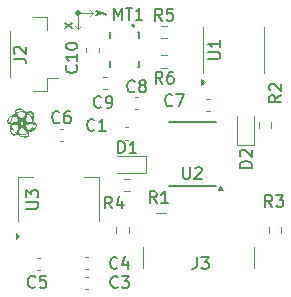
<source format=gbr>
%TF.GenerationSoftware,KiCad,Pcbnew,8.0.5*%
%TF.CreationDate,2024-11-23T20:35:32-07:00*%
%TF.ProjectId,2024_10_STM32C011J4M6_TestBoard,32303234-5f31-4305-9f53-544d33324330,rev?*%
%TF.SameCoordinates,Original*%
%TF.FileFunction,Legend,Top*%
%TF.FilePolarity,Positive*%
%FSLAX46Y46*%
G04 Gerber Fmt 4.6, Leading zero omitted, Abs format (unit mm)*
G04 Created by KiCad (PCBNEW 8.0.5) date 2024-11-23 20:35:32*
%MOMM*%
%LPD*%
G01*
G04 APERTURE LIST*
%ADD10C,0.100000*%
%ADD11C,0.250000*%
%ADD12C,0.160000*%
%ADD13C,0.150000*%
%ADD14C,0.120000*%
%ADD15C,0.000000*%
%ADD16C,0.127000*%
%ADD17C,0.200000*%
G04 APERTURE END LIST*
D10*
X113784400Y-66629200D02*
X115079800Y-66629200D01*
X113797100Y-66654600D02*
X113797100Y-67950000D01*
X113797100Y-67950000D02*
X113568500Y-67696000D01*
X115079800Y-66629200D02*
X114825800Y-66857800D01*
D11*
X113909400Y-66629200D02*
G75*
G02*
X113659400Y-66629200I-125000J0D01*
G01*
X113659400Y-66629200D02*
G75*
G02*
X113909400Y-66629200I125000J0D01*
G01*
D10*
X113797100Y-67950000D02*
X114025700Y-67696000D01*
X115079800Y-66629200D02*
X114825800Y-66400600D01*
D12*
X115329241Y-66803351D02*
X115862575Y-66612875D01*
X115329241Y-66422398D02*
X115862575Y-66612875D01*
X115862575Y-66612875D02*
X116053051Y-66689065D01*
X116053051Y-66689065D02*
X116091146Y-66727160D01*
X116091146Y-66727160D02*
X116129241Y-66803351D01*
X113246375Y-67895551D02*
X112713041Y-67476503D01*
X112713041Y-67895551D02*
X113246375Y-67476503D01*
D13*
X120942733Y-72614019D02*
X120609400Y-72137828D01*
X120371305Y-72614019D02*
X120371305Y-71614019D01*
X120371305Y-71614019D02*
X120752257Y-71614019D01*
X120752257Y-71614019D02*
X120847495Y-71661638D01*
X120847495Y-71661638D02*
X120895114Y-71709257D01*
X120895114Y-71709257D02*
X120942733Y-71804495D01*
X120942733Y-71804495D02*
X120942733Y-71947352D01*
X120942733Y-71947352D02*
X120895114Y-72042590D01*
X120895114Y-72042590D02*
X120847495Y-72090209D01*
X120847495Y-72090209D02*
X120752257Y-72137828D01*
X120752257Y-72137828D02*
X120371305Y-72137828D01*
X121799876Y-71614019D02*
X121609400Y-71614019D01*
X121609400Y-71614019D02*
X121514162Y-71661638D01*
X121514162Y-71661638D02*
X121466543Y-71709257D01*
X121466543Y-71709257D02*
X121371305Y-71852114D01*
X121371305Y-71852114D02*
X121323686Y-72042590D01*
X121323686Y-72042590D02*
X121323686Y-72423542D01*
X121323686Y-72423542D02*
X121371305Y-72518780D01*
X121371305Y-72518780D02*
X121418924Y-72566400D01*
X121418924Y-72566400D02*
X121514162Y-72614019D01*
X121514162Y-72614019D02*
X121704638Y-72614019D01*
X121704638Y-72614019D02*
X121799876Y-72566400D01*
X121799876Y-72566400D02*
X121847495Y-72518780D01*
X121847495Y-72518780D02*
X121895114Y-72423542D01*
X121895114Y-72423542D02*
X121895114Y-72185447D01*
X121895114Y-72185447D02*
X121847495Y-72090209D01*
X121847495Y-72090209D02*
X121799876Y-72042590D01*
X121799876Y-72042590D02*
X121704638Y-71994971D01*
X121704638Y-71994971D02*
X121514162Y-71994971D01*
X121514162Y-71994971D02*
X121418924Y-72042590D01*
X121418924Y-72042590D02*
X121371305Y-72090209D01*
X121371305Y-72090209D02*
X121323686Y-72185447D01*
X120917733Y-67279019D02*
X120584400Y-66802828D01*
X120346305Y-67279019D02*
X120346305Y-66279019D01*
X120346305Y-66279019D02*
X120727257Y-66279019D01*
X120727257Y-66279019D02*
X120822495Y-66326638D01*
X120822495Y-66326638D02*
X120870114Y-66374257D01*
X120870114Y-66374257D02*
X120917733Y-66469495D01*
X120917733Y-66469495D02*
X120917733Y-66612352D01*
X120917733Y-66612352D02*
X120870114Y-66707590D01*
X120870114Y-66707590D02*
X120822495Y-66755209D01*
X120822495Y-66755209D02*
X120727257Y-66802828D01*
X120727257Y-66802828D02*
X120346305Y-66802828D01*
X121822495Y-66279019D02*
X121346305Y-66279019D01*
X121346305Y-66279019D02*
X121298686Y-66755209D01*
X121298686Y-66755209D02*
X121346305Y-66707590D01*
X121346305Y-66707590D02*
X121441543Y-66659971D01*
X121441543Y-66659971D02*
X121679638Y-66659971D01*
X121679638Y-66659971D02*
X121774876Y-66707590D01*
X121774876Y-66707590D02*
X121822495Y-66755209D01*
X121822495Y-66755209D02*
X121870114Y-66850447D01*
X121870114Y-66850447D02*
X121870114Y-67088542D01*
X121870114Y-67088542D02*
X121822495Y-67183780D01*
X121822495Y-67183780D02*
X121774876Y-67231400D01*
X121774876Y-67231400D02*
X121679638Y-67279019D01*
X121679638Y-67279019D02*
X121441543Y-67279019D01*
X121441543Y-67279019D02*
X121346305Y-67231400D01*
X121346305Y-67231400D02*
X121298686Y-67183780D01*
X116673333Y-83182619D02*
X116340000Y-82706428D01*
X116101905Y-83182619D02*
X116101905Y-82182619D01*
X116101905Y-82182619D02*
X116482857Y-82182619D01*
X116482857Y-82182619D02*
X116578095Y-82230238D01*
X116578095Y-82230238D02*
X116625714Y-82277857D01*
X116625714Y-82277857D02*
X116673333Y-82373095D01*
X116673333Y-82373095D02*
X116673333Y-82515952D01*
X116673333Y-82515952D02*
X116625714Y-82611190D01*
X116625714Y-82611190D02*
X116578095Y-82658809D01*
X116578095Y-82658809D02*
X116482857Y-82706428D01*
X116482857Y-82706428D02*
X116101905Y-82706428D01*
X117530476Y-82515952D02*
X117530476Y-83182619D01*
X117292381Y-82135000D02*
X117054286Y-82849285D01*
X117054286Y-82849285D02*
X117673333Y-82849285D01*
X121778733Y-74425980D02*
X121731114Y-74473600D01*
X121731114Y-74473600D02*
X121588257Y-74521219D01*
X121588257Y-74521219D02*
X121493019Y-74521219D01*
X121493019Y-74521219D02*
X121350162Y-74473600D01*
X121350162Y-74473600D02*
X121254924Y-74378361D01*
X121254924Y-74378361D02*
X121207305Y-74283123D01*
X121207305Y-74283123D02*
X121159686Y-74092647D01*
X121159686Y-74092647D02*
X121159686Y-73949790D01*
X121159686Y-73949790D02*
X121207305Y-73759314D01*
X121207305Y-73759314D02*
X121254924Y-73664076D01*
X121254924Y-73664076D02*
X121350162Y-73568838D01*
X121350162Y-73568838D02*
X121493019Y-73521219D01*
X121493019Y-73521219D02*
X121588257Y-73521219D01*
X121588257Y-73521219D02*
X121731114Y-73568838D01*
X121731114Y-73568838D02*
X121778733Y-73616457D01*
X122112067Y-73521219D02*
X122778733Y-73521219D01*
X122778733Y-73521219D02*
X122350162Y-74521219D01*
X122693495Y-79679719D02*
X122693495Y-80489242D01*
X122693495Y-80489242D02*
X122741114Y-80584480D01*
X122741114Y-80584480D02*
X122788733Y-80632100D01*
X122788733Y-80632100D02*
X122883971Y-80679719D01*
X122883971Y-80679719D02*
X123074447Y-80679719D01*
X123074447Y-80679719D02*
X123169685Y-80632100D01*
X123169685Y-80632100D02*
X123217304Y-80584480D01*
X123217304Y-80584480D02*
X123264923Y-80489242D01*
X123264923Y-80489242D02*
X123264923Y-79679719D01*
X123693495Y-79774957D02*
X123741114Y-79727338D01*
X123741114Y-79727338D02*
X123836352Y-79679719D01*
X123836352Y-79679719D02*
X124074447Y-79679719D01*
X124074447Y-79679719D02*
X124169685Y-79727338D01*
X124169685Y-79727338D02*
X124217304Y-79774957D01*
X124217304Y-79774957D02*
X124264923Y-79870195D01*
X124264923Y-79870195D02*
X124264923Y-79965433D01*
X124264923Y-79965433D02*
X124217304Y-80108290D01*
X124217304Y-80108290D02*
X123645876Y-80679719D01*
X123645876Y-80679719D02*
X124264923Y-80679719D01*
X115745533Y-74572480D02*
X115697914Y-74620100D01*
X115697914Y-74620100D02*
X115555057Y-74667719D01*
X115555057Y-74667719D02*
X115459819Y-74667719D01*
X115459819Y-74667719D02*
X115316962Y-74620100D01*
X115316962Y-74620100D02*
X115221724Y-74524861D01*
X115221724Y-74524861D02*
X115174105Y-74429623D01*
X115174105Y-74429623D02*
X115126486Y-74239147D01*
X115126486Y-74239147D02*
X115126486Y-74096290D01*
X115126486Y-74096290D02*
X115174105Y-73905814D01*
X115174105Y-73905814D02*
X115221724Y-73810576D01*
X115221724Y-73810576D02*
X115316962Y-73715338D01*
X115316962Y-73715338D02*
X115459819Y-73667719D01*
X115459819Y-73667719D02*
X115555057Y-73667719D01*
X115555057Y-73667719D02*
X115697914Y-73715338D01*
X115697914Y-73715338D02*
X115745533Y-73762957D01*
X116221724Y-74667719D02*
X116412200Y-74667719D01*
X116412200Y-74667719D02*
X116507438Y-74620100D01*
X116507438Y-74620100D02*
X116555057Y-74572480D01*
X116555057Y-74572480D02*
X116650295Y-74429623D01*
X116650295Y-74429623D02*
X116697914Y-74239147D01*
X116697914Y-74239147D02*
X116697914Y-73858195D01*
X116697914Y-73858195D02*
X116650295Y-73762957D01*
X116650295Y-73762957D02*
X116602676Y-73715338D01*
X116602676Y-73715338D02*
X116507438Y-73667719D01*
X116507438Y-73667719D02*
X116316962Y-73667719D01*
X116316962Y-73667719D02*
X116221724Y-73715338D01*
X116221724Y-73715338D02*
X116174105Y-73762957D01*
X116174105Y-73762957D02*
X116126486Y-73858195D01*
X116126486Y-73858195D02*
X116126486Y-74096290D01*
X116126486Y-74096290D02*
X116174105Y-74191528D01*
X116174105Y-74191528D02*
X116221724Y-74239147D01*
X116221724Y-74239147D02*
X116316962Y-74286766D01*
X116316962Y-74286766D02*
X116507438Y-74286766D01*
X116507438Y-74286766D02*
X116602676Y-74239147D01*
X116602676Y-74239147D02*
X116650295Y-74191528D01*
X116650295Y-74191528D02*
X116697914Y-74096290D01*
X110170933Y-89792980D02*
X110123314Y-89840600D01*
X110123314Y-89840600D02*
X109980457Y-89888219D01*
X109980457Y-89888219D02*
X109885219Y-89888219D01*
X109885219Y-89888219D02*
X109742362Y-89840600D01*
X109742362Y-89840600D02*
X109647124Y-89745361D01*
X109647124Y-89745361D02*
X109599505Y-89650123D01*
X109599505Y-89650123D02*
X109551886Y-89459647D01*
X109551886Y-89459647D02*
X109551886Y-89316790D01*
X109551886Y-89316790D02*
X109599505Y-89126314D01*
X109599505Y-89126314D02*
X109647124Y-89031076D01*
X109647124Y-89031076D02*
X109742362Y-88935838D01*
X109742362Y-88935838D02*
X109885219Y-88888219D01*
X109885219Y-88888219D02*
X109980457Y-88888219D01*
X109980457Y-88888219D02*
X110123314Y-88935838D01*
X110123314Y-88935838D02*
X110170933Y-88983457D01*
X111075695Y-88888219D02*
X110599505Y-88888219D01*
X110599505Y-88888219D02*
X110551886Y-89364409D01*
X110551886Y-89364409D02*
X110599505Y-89316790D01*
X110599505Y-89316790D02*
X110694743Y-89269171D01*
X110694743Y-89269171D02*
X110932838Y-89269171D01*
X110932838Y-89269171D02*
X111028076Y-89316790D01*
X111028076Y-89316790D02*
X111075695Y-89364409D01*
X111075695Y-89364409D02*
X111123314Y-89459647D01*
X111123314Y-89459647D02*
X111123314Y-89697742D01*
X111123314Y-89697742D02*
X111075695Y-89792980D01*
X111075695Y-89792980D02*
X111028076Y-89840600D01*
X111028076Y-89840600D02*
X110932838Y-89888219D01*
X110932838Y-89888219D02*
X110694743Y-89888219D01*
X110694743Y-89888219D02*
X110599505Y-89840600D01*
X110599505Y-89840600D02*
X110551886Y-89792980D01*
X130236933Y-83055619D02*
X129903600Y-82579428D01*
X129665505Y-83055619D02*
X129665505Y-82055619D01*
X129665505Y-82055619D02*
X130046457Y-82055619D01*
X130046457Y-82055619D02*
X130141695Y-82103238D01*
X130141695Y-82103238D02*
X130189314Y-82150857D01*
X130189314Y-82150857D02*
X130236933Y-82246095D01*
X130236933Y-82246095D02*
X130236933Y-82388952D01*
X130236933Y-82388952D02*
X130189314Y-82484190D01*
X130189314Y-82484190D02*
X130141695Y-82531809D01*
X130141695Y-82531809D02*
X130046457Y-82579428D01*
X130046457Y-82579428D02*
X129665505Y-82579428D01*
X130570267Y-82055619D02*
X131189314Y-82055619D01*
X131189314Y-82055619D02*
X130855981Y-82436571D01*
X130855981Y-82436571D02*
X130998838Y-82436571D01*
X130998838Y-82436571D02*
X131094076Y-82484190D01*
X131094076Y-82484190D02*
X131141695Y-82531809D01*
X131141695Y-82531809D02*
X131189314Y-82627047D01*
X131189314Y-82627047D02*
X131189314Y-82865142D01*
X131189314Y-82865142D02*
X131141695Y-82960380D01*
X131141695Y-82960380D02*
X131094076Y-83008000D01*
X131094076Y-83008000D02*
X130998838Y-83055619D01*
X130998838Y-83055619D02*
X130713124Y-83055619D01*
X130713124Y-83055619D02*
X130617886Y-83008000D01*
X130617886Y-83008000D02*
X130570267Y-82960380D01*
X128496219Y-79732094D02*
X127496219Y-79732094D01*
X127496219Y-79732094D02*
X127496219Y-79493999D01*
X127496219Y-79493999D02*
X127543838Y-79351142D01*
X127543838Y-79351142D02*
X127639076Y-79255904D01*
X127639076Y-79255904D02*
X127734314Y-79208285D01*
X127734314Y-79208285D02*
X127924790Y-79160666D01*
X127924790Y-79160666D02*
X128067647Y-79160666D01*
X128067647Y-79160666D02*
X128258123Y-79208285D01*
X128258123Y-79208285D02*
X128353361Y-79255904D01*
X128353361Y-79255904D02*
X128448600Y-79351142D01*
X128448600Y-79351142D02*
X128496219Y-79493999D01*
X128496219Y-79493999D02*
X128496219Y-79732094D01*
X127591457Y-78779713D02*
X127543838Y-78732094D01*
X127543838Y-78732094D02*
X127496219Y-78636856D01*
X127496219Y-78636856D02*
X127496219Y-78398761D01*
X127496219Y-78398761D02*
X127543838Y-78303523D01*
X127543838Y-78303523D02*
X127591457Y-78255904D01*
X127591457Y-78255904D02*
X127686695Y-78208285D01*
X127686695Y-78208285D02*
X127781933Y-78208285D01*
X127781933Y-78208285D02*
X127924790Y-78255904D01*
X127924790Y-78255904D02*
X128496219Y-78827332D01*
X128496219Y-78827332D02*
X128496219Y-78208285D01*
X115174733Y-76508780D02*
X115127114Y-76556400D01*
X115127114Y-76556400D02*
X114984257Y-76604019D01*
X114984257Y-76604019D02*
X114889019Y-76604019D01*
X114889019Y-76604019D02*
X114746162Y-76556400D01*
X114746162Y-76556400D02*
X114650924Y-76461161D01*
X114650924Y-76461161D02*
X114603305Y-76365923D01*
X114603305Y-76365923D02*
X114555686Y-76175447D01*
X114555686Y-76175447D02*
X114555686Y-76032590D01*
X114555686Y-76032590D02*
X114603305Y-75842114D01*
X114603305Y-75842114D02*
X114650924Y-75746876D01*
X114650924Y-75746876D02*
X114746162Y-75651638D01*
X114746162Y-75651638D02*
X114889019Y-75604019D01*
X114889019Y-75604019D02*
X114984257Y-75604019D01*
X114984257Y-75604019D02*
X115127114Y-75651638D01*
X115127114Y-75651638D02*
X115174733Y-75699257D01*
X116127114Y-76604019D02*
X115555686Y-76604019D01*
X115841400Y-76604019D02*
X115841400Y-75604019D01*
X115841400Y-75604019D02*
X115746162Y-75746876D01*
X115746162Y-75746876D02*
X115650924Y-75842114D01*
X115650924Y-75842114D02*
X115555686Y-75889733D01*
X109417019Y-83194304D02*
X110226542Y-83194304D01*
X110226542Y-83194304D02*
X110321780Y-83146685D01*
X110321780Y-83146685D02*
X110369400Y-83099066D01*
X110369400Y-83099066D02*
X110417019Y-83003828D01*
X110417019Y-83003828D02*
X110417019Y-82813352D01*
X110417019Y-82813352D02*
X110369400Y-82718114D01*
X110369400Y-82718114D02*
X110321780Y-82670495D01*
X110321780Y-82670495D02*
X110226542Y-82622876D01*
X110226542Y-82622876D02*
X109417019Y-82622876D01*
X109417019Y-82241923D02*
X109417019Y-81622876D01*
X109417019Y-81622876D02*
X109797971Y-81956209D01*
X109797971Y-81956209D02*
X109797971Y-81813352D01*
X109797971Y-81813352D02*
X109845590Y-81718114D01*
X109845590Y-81718114D02*
X109893209Y-81670495D01*
X109893209Y-81670495D02*
X109988447Y-81622876D01*
X109988447Y-81622876D02*
X110226542Y-81622876D01*
X110226542Y-81622876D02*
X110321780Y-81670495D01*
X110321780Y-81670495D02*
X110369400Y-81718114D01*
X110369400Y-81718114D02*
X110417019Y-81813352D01*
X110417019Y-81813352D02*
X110417019Y-82099066D01*
X110417019Y-82099066D02*
X110369400Y-82194304D01*
X110369400Y-82194304D02*
X110321780Y-82241923D01*
X116818924Y-67209019D02*
X116818924Y-66209019D01*
X116818924Y-66209019D02*
X117152257Y-66923304D01*
X117152257Y-66923304D02*
X117485590Y-66209019D01*
X117485590Y-66209019D02*
X117485590Y-67209019D01*
X117818924Y-66209019D02*
X118390352Y-66209019D01*
X118104638Y-67209019D02*
X118104638Y-66209019D01*
X119247495Y-67209019D02*
X118676067Y-67209019D01*
X118961781Y-67209019D02*
X118961781Y-66209019D01*
X118961781Y-66209019D02*
X118866543Y-66351876D01*
X118866543Y-66351876D02*
X118771305Y-66447114D01*
X118771305Y-66447114D02*
X118676067Y-66494733D01*
X117158133Y-89818380D02*
X117110514Y-89866000D01*
X117110514Y-89866000D02*
X116967657Y-89913619D01*
X116967657Y-89913619D02*
X116872419Y-89913619D01*
X116872419Y-89913619D02*
X116729562Y-89866000D01*
X116729562Y-89866000D02*
X116634324Y-89770761D01*
X116634324Y-89770761D02*
X116586705Y-89675523D01*
X116586705Y-89675523D02*
X116539086Y-89485047D01*
X116539086Y-89485047D02*
X116539086Y-89342190D01*
X116539086Y-89342190D02*
X116586705Y-89151714D01*
X116586705Y-89151714D02*
X116634324Y-89056476D01*
X116634324Y-89056476D02*
X116729562Y-88961238D01*
X116729562Y-88961238D02*
X116872419Y-88913619D01*
X116872419Y-88913619D02*
X116967657Y-88913619D01*
X116967657Y-88913619D02*
X117110514Y-88961238D01*
X117110514Y-88961238D02*
X117158133Y-89008857D01*
X117491467Y-88913619D02*
X118110514Y-88913619D01*
X118110514Y-88913619D02*
X117777181Y-89294571D01*
X117777181Y-89294571D02*
X117920038Y-89294571D01*
X117920038Y-89294571D02*
X118015276Y-89342190D01*
X118015276Y-89342190D02*
X118062895Y-89389809D01*
X118062895Y-89389809D02*
X118110514Y-89485047D01*
X118110514Y-89485047D02*
X118110514Y-89723142D01*
X118110514Y-89723142D02*
X118062895Y-89818380D01*
X118062895Y-89818380D02*
X118015276Y-89866000D01*
X118015276Y-89866000D02*
X117920038Y-89913619D01*
X117920038Y-89913619D02*
X117634324Y-89913619D01*
X117634324Y-89913619D02*
X117539086Y-89866000D01*
X117539086Y-89866000D02*
X117491467Y-89818380D01*
X123847266Y-87313419D02*
X123847266Y-88027704D01*
X123847266Y-88027704D02*
X123799647Y-88170561D01*
X123799647Y-88170561D02*
X123704409Y-88265800D01*
X123704409Y-88265800D02*
X123561552Y-88313419D01*
X123561552Y-88313419D02*
X123466314Y-88313419D01*
X124228219Y-87313419D02*
X124847266Y-87313419D01*
X124847266Y-87313419D02*
X124513933Y-87694371D01*
X124513933Y-87694371D02*
X124656790Y-87694371D01*
X124656790Y-87694371D02*
X124752028Y-87741990D01*
X124752028Y-87741990D02*
X124799647Y-87789609D01*
X124799647Y-87789609D02*
X124847266Y-87884847D01*
X124847266Y-87884847D02*
X124847266Y-88122942D01*
X124847266Y-88122942D02*
X124799647Y-88218180D01*
X124799647Y-88218180D02*
X124752028Y-88265800D01*
X124752028Y-88265800D02*
X124656790Y-88313419D01*
X124656790Y-88313419D02*
X124371076Y-88313419D01*
X124371076Y-88313419D02*
X124275838Y-88265800D01*
X124275838Y-88265800D02*
X124228219Y-88218180D01*
X120457933Y-82725419D02*
X120124600Y-82249228D01*
X119886505Y-82725419D02*
X119886505Y-81725419D01*
X119886505Y-81725419D02*
X120267457Y-81725419D01*
X120267457Y-81725419D02*
X120362695Y-81773038D01*
X120362695Y-81773038D02*
X120410314Y-81820657D01*
X120410314Y-81820657D02*
X120457933Y-81915895D01*
X120457933Y-81915895D02*
X120457933Y-82058752D01*
X120457933Y-82058752D02*
X120410314Y-82153990D01*
X120410314Y-82153990D02*
X120362695Y-82201609D01*
X120362695Y-82201609D02*
X120267457Y-82249228D01*
X120267457Y-82249228D02*
X119886505Y-82249228D01*
X121410314Y-82725419D02*
X120838886Y-82725419D01*
X121124600Y-82725419D02*
X121124600Y-81725419D01*
X121124600Y-81725419D02*
X121029362Y-81868276D01*
X121029362Y-81868276D02*
X120934124Y-81963514D01*
X120934124Y-81963514D02*
X120838886Y-82011133D01*
X112217733Y-75863780D02*
X112170114Y-75911400D01*
X112170114Y-75911400D02*
X112027257Y-75959019D01*
X112027257Y-75959019D02*
X111932019Y-75959019D01*
X111932019Y-75959019D02*
X111789162Y-75911400D01*
X111789162Y-75911400D02*
X111693924Y-75816161D01*
X111693924Y-75816161D02*
X111646305Y-75720923D01*
X111646305Y-75720923D02*
X111598686Y-75530447D01*
X111598686Y-75530447D02*
X111598686Y-75387590D01*
X111598686Y-75387590D02*
X111646305Y-75197114D01*
X111646305Y-75197114D02*
X111693924Y-75101876D01*
X111693924Y-75101876D02*
X111789162Y-75006638D01*
X111789162Y-75006638D02*
X111932019Y-74959019D01*
X111932019Y-74959019D02*
X112027257Y-74959019D01*
X112027257Y-74959019D02*
X112170114Y-75006638D01*
X112170114Y-75006638D02*
X112217733Y-75054257D01*
X113074876Y-74959019D02*
X112884400Y-74959019D01*
X112884400Y-74959019D02*
X112789162Y-75006638D01*
X112789162Y-75006638D02*
X112741543Y-75054257D01*
X112741543Y-75054257D02*
X112646305Y-75197114D01*
X112646305Y-75197114D02*
X112598686Y-75387590D01*
X112598686Y-75387590D02*
X112598686Y-75768542D01*
X112598686Y-75768542D02*
X112646305Y-75863780D01*
X112646305Y-75863780D02*
X112693924Y-75911400D01*
X112693924Y-75911400D02*
X112789162Y-75959019D01*
X112789162Y-75959019D02*
X112979638Y-75959019D01*
X112979638Y-75959019D02*
X113074876Y-75911400D01*
X113074876Y-75911400D02*
X113122495Y-75863780D01*
X113122495Y-75863780D02*
X113170114Y-75768542D01*
X113170114Y-75768542D02*
X113170114Y-75530447D01*
X113170114Y-75530447D02*
X113122495Y-75435209D01*
X113122495Y-75435209D02*
X113074876Y-75387590D01*
X113074876Y-75387590D02*
X112979638Y-75339971D01*
X112979638Y-75339971D02*
X112789162Y-75339971D01*
X112789162Y-75339971D02*
X112693924Y-75387590D01*
X112693924Y-75387590D02*
X112646305Y-75435209D01*
X112646305Y-75435209D02*
X112598686Y-75530447D01*
X117219505Y-78483619D02*
X117219505Y-77483619D01*
X117219505Y-77483619D02*
X117457600Y-77483619D01*
X117457600Y-77483619D02*
X117600457Y-77531238D01*
X117600457Y-77531238D02*
X117695695Y-77626476D01*
X117695695Y-77626476D02*
X117743314Y-77721714D01*
X117743314Y-77721714D02*
X117790933Y-77912190D01*
X117790933Y-77912190D02*
X117790933Y-78055047D01*
X117790933Y-78055047D02*
X117743314Y-78245523D01*
X117743314Y-78245523D02*
X117695695Y-78340761D01*
X117695695Y-78340761D02*
X117600457Y-78436000D01*
X117600457Y-78436000D02*
X117457600Y-78483619D01*
X117457600Y-78483619D02*
X117219505Y-78483619D01*
X118743314Y-78483619D02*
X118171886Y-78483619D01*
X118457600Y-78483619D02*
X118457600Y-77483619D01*
X118457600Y-77483619D02*
X118362362Y-77626476D01*
X118362362Y-77626476D02*
X118267124Y-77721714D01*
X118267124Y-77721714D02*
X118171886Y-77769333D01*
X113637380Y-71063757D02*
X113685000Y-71111376D01*
X113685000Y-71111376D02*
X113732619Y-71254233D01*
X113732619Y-71254233D02*
X113732619Y-71349471D01*
X113732619Y-71349471D02*
X113685000Y-71492328D01*
X113685000Y-71492328D02*
X113589761Y-71587566D01*
X113589761Y-71587566D02*
X113494523Y-71635185D01*
X113494523Y-71635185D02*
X113304047Y-71682804D01*
X113304047Y-71682804D02*
X113161190Y-71682804D01*
X113161190Y-71682804D02*
X112970714Y-71635185D01*
X112970714Y-71635185D02*
X112875476Y-71587566D01*
X112875476Y-71587566D02*
X112780238Y-71492328D01*
X112780238Y-71492328D02*
X112732619Y-71349471D01*
X112732619Y-71349471D02*
X112732619Y-71254233D01*
X112732619Y-71254233D02*
X112780238Y-71111376D01*
X112780238Y-71111376D02*
X112827857Y-71063757D01*
X113732619Y-70111376D02*
X113732619Y-70682804D01*
X113732619Y-70397090D02*
X112732619Y-70397090D01*
X112732619Y-70397090D02*
X112875476Y-70492328D01*
X112875476Y-70492328D02*
X112970714Y-70587566D01*
X112970714Y-70587566D02*
X113018333Y-70682804D01*
X112732619Y-69492328D02*
X112732619Y-69397090D01*
X112732619Y-69397090D02*
X112780238Y-69301852D01*
X112780238Y-69301852D02*
X112827857Y-69254233D01*
X112827857Y-69254233D02*
X112923095Y-69206614D01*
X112923095Y-69206614D02*
X113113571Y-69158995D01*
X113113571Y-69158995D02*
X113351666Y-69158995D01*
X113351666Y-69158995D02*
X113542142Y-69206614D01*
X113542142Y-69206614D02*
X113637380Y-69254233D01*
X113637380Y-69254233D02*
X113685000Y-69301852D01*
X113685000Y-69301852D02*
X113732619Y-69397090D01*
X113732619Y-69397090D02*
X113732619Y-69492328D01*
X113732619Y-69492328D02*
X113685000Y-69587566D01*
X113685000Y-69587566D02*
X113637380Y-69635185D01*
X113637380Y-69635185D02*
X113542142Y-69682804D01*
X113542142Y-69682804D02*
X113351666Y-69730423D01*
X113351666Y-69730423D02*
X113113571Y-69730423D01*
X113113571Y-69730423D02*
X112923095Y-69682804D01*
X112923095Y-69682804D02*
X112827857Y-69635185D01*
X112827857Y-69635185D02*
X112780238Y-69587566D01*
X112780238Y-69587566D02*
X112732619Y-69492328D01*
X118584733Y-73244380D02*
X118537114Y-73292000D01*
X118537114Y-73292000D02*
X118394257Y-73339619D01*
X118394257Y-73339619D02*
X118299019Y-73339619D01*
X118299019Y-73339619D02*
X118156162Y-73292000D01*
X118156162Y-73292000D02*
X118060924Y-73196761D01*
X118060924Y-73196761D02*
X118013305Y-73101523D01*
X118013305Y-73101523D02*
X117965686Y-72911047D01*
X117965686Y-72911047D02*
X117965686Y-72768190D01*
X117965686Y-72768190D02*
X118013305Y-72577714D01*
X118013305Y-72577714D02*
X118060924Y-72482476D01*
X118060924Y-72482476D02*
X118156162Y-72387238D01*
X118156162Y-72387238D02*
X118299019Y-72339619D01*
X118299019Y-72339619D02*
X118394257Y-72339619D01*
X118394257Y-72339619D02*
X118537114Y-72387238D01*
X118537114Y-72387238D02*
X118584733Y-72434857D01*
X119156162Y-72768190D02*
X119060924Y-72720571D01*
X119060924Y-72720571D02*
X119013305Y-72672952D01*
X119013305Y-72672952D02*
X118965686Y-72577714D01*
X118965686Y-72577714D02*
X118965686Y-72530095D01*
X118965686Y-72530095D02*
X119013305Y-72434857D01*
X119013305Y-72434857D02*
X119060924Y-72387238D01*
X119060924Y-72387238D02*
X119156162Y-72339619D01*
X119156162Y-72339619D02*
X119346638Y-72339619D01*
X119346638Y-72339619D02*
X119441876Y-72387238D01*
X119441876Y-72387238D02*
X119489495Y-72434857D01*
X119489495Y-72434857D02*
X119537114Y-72530095D01*
X119537114Y-72530095D02*
X119537114Y-72577714D01*
X119537114Y-72577714D02*
X119489495Y-72672952D01*
X119489495Y-72672952D02*
X119441876Y-72720571D01*
X119441876Y-72720571D02*
X119346638Y-72768190D01*
X119346638Y-72768190D02*
X119156162Y-72768190D01*
X119156162Y-72768190D02*
X119060924Y-72815809D01*
X119060924Y-72815809D02*
X119013305Y-72863428D01*
X119013305Y-72863428D02*
X118965686Y-72958666D01*
X118965686Y-72958666D02*
X118965686Y-73149142D01*
X118965686Y-73149142D02*
X119013305Y-73244380D01*
X119013305Y-73244380D02*
X119060924Y-73292000D01*
X119060924Y-73292000D02*
X119156162Y-73339619D01*
X119156162Y-73339619D02*
X119346638Y-73339619D01*
X119346638Y-73339619D02*
X119441876Y-73292000D01*
X119441876Y-73292000D02*
X119489495Y-73244380D01*
X119489495Y-73244380D02*
X119537114Y-73149142D01*
X119537114Y-73149142D02*
X119537114Y-72958666D01*
X119537114Y-72958666D02*
X119489495Y-72863428D01*
X119489495Y-72863428D02*
X119441876Y-72815809D01*
X119441876Y-72815809D02*
X119346638Y-72768190D01*
X108365419Y-70504133D02*
X109079704Y-70504133D01*
X109079704Y-70504133D02*
X109222561Y-70551752D01*
X109222561Y-70551752D02*
X109317800Y-70646990D01*
X109317800Y-70646990D02*
X109365419Y-70789847D01*
X109365419Y-70789847D02*
X109365419Y-70885085D01*
X108460657Y-70075561D02*
X108413038Y-70027942D01*
X108413038Y-70027942D02*
X108365419Y-69932704D01*
X108365419Y-69932704D02*
X108365419Y-69694609D01*
X108365419Y-69694609D02*
X108413038Y-69599371D01*
X108413038Y-69599371D02*
X108460657Y-69551752D01*
X108460657Y-69551752D02*
X108555895Y-69504133D01*
X108555895Y-69504133D02*
X108651133Y-69504133D01*
X108651133Y-69504133D02*
X108793990Y-69551752D01*
X108793990Y-69551752D02*
X109365419Y-70123180D01*
X109365419Y-70123180D02*
X109365419Y-69504133D01*
X130985419Y-73572666D02*
X130509228Y-73905999D01*
X130985419Y-74144094D02*
X129985419Y-74144094D01*
X129985419Y-74144094D02*
X129985419Y-73763142D01*
X129985419Y-73763142D02*
X130033038Y-73667904D01*
X130033038Y-73667904D02*
X130080657Y-73620285D01*
X130080657Y-73620285D02*
X130175895Y-73572666D01*
X130175895Y-73572666D02*
X130318752Y-73572666D01*
X130318752Y-73572666D02*
X130413990Y-73620285D01*
X130413990Y-73620285D02*
X130461609Y-73667904D01*
X130461609Y-73667904D02*
X130509228Y-73763142D01*
X130509228Y-73763142D02*
X130509228Y-74144094D01*
X130080657Y-73191713D02*
X130033038Y-73144094D01*
X130033038Y-73144094D02*
X129985419Y-73048856D01*
X129985419Y-73048856D02*
X129985419Y-72810761D01*
X129985419Y-72810761D02*
X130033038Y-72715523D01*
X130033038Y-72715523D02*
X130080657Y-72667904D01*
X130080657Y-72667904D02*
X130175895Y-72620285D01*
X130175895Y-72620285D02*
X130271133Y-72620285D01*
X130271133Y-72620285D02*
X130413990Y-72667904D01*
X130413990Y-72667904D02*
X130985419Y-73239332D01*
X130985419Y-73239332D02*
X130985419Y-72620285D01*
X117132733Y-88192780D02*
X117085114Y-88240400D01*
X117085114Y-88240400D02*
X116942257Y-88288019D01*
X116942257Y-88288019D02*
X116847019Y-88288019D01*
X116847019Y-88288019D02*
X116704162Y-88240400D01*
X116704162Y-88240400D02*
X116608924Y-88145161D01*
X116608924Y-88145161D02*
X116561305Y-88049923D01*
X116561305Y-88049923D02*
X116513686Y-87859447D01*
X116513686Y-87859447D02*
X116513686Y-87716590D01*
X116513686Y-87716590D02*
X116561305Y-87526114D01*
X116561305Y-87526114D02*
X116608924Y-87430876D01*
X116608924Y-87430876D02*
X116704162Y-87335638D01*
X116704162Y-87335638D02*
X116847019Y-87288019D01*
X116847019Y-87288019D02*
X116942257Y-87288019D01*
X116942257Y-87288019D02*
X117085114Y-87335638D01*
X117085114Y-87335638D02*
X117132733Y-87383257D01*
X117989876Y-87621352D02*
X117989876Y-88288019D01*
X117751781Y-87240400D02*
X117513686Y-87954685D01*
X117513686Y-87954685D02*
X118132733Y-87954685D01*
X124825819Y-70530904D02*
X125635342Y-70530904D01*
X125635342Y-70530904D02*
X125730580Y-70483285D01*
X125730580Y-70483285D02*
X125778200Y-70435666D01*
X125778200Y-70435666D02*
X125825819Y-70340428D01*
X125825819Y-70340428D02*
X125825819Y-70149952D01*
X125825819Y-70149952D02*
X125778200Y-70054714D01*
X125778200Y-70054714D02*
X125730580Y-70007095D01*
X125730580Y-70007095D02*
X125635342Y-69959476D01*
X125635342Y-69959476D02*
X124825819Y-69959476D01*
X125825819Y-68959476D02*
X125825819Y-69530904D01*
X125825819Y-69245190D02*
X124825819Y-69245190D01*
X124825819Y-69245190D02*
X124968676Y-69340428D01*
X124968676Y-69340428D02*
X125063914Y-69435666D01*
X125063914Y-69435666D02*
X125111533Y-69530904D01*
D14*
%TO.C,R6*%
X121364124Y-71251700D02*
X120854676Y-71251700D01*
X121364124Y-70206700D02*
X120854676Y-70206700D01*
%TO.C,R5*%
X120829676Y-67731700D02*
X121339124Y-67731700D01*
X120829676Y-68776700D02*
X121339124Y-68776700D01*
%TO.C,R4*%
X117028700Y-85268524D02*
X117028700Y-84759076D01*
X118073700Y-85268524D02*
X118073700Y-84759076D01*
D15*
%TO.C,G\u002A\u002A\u002A*%
G36*
X108848071Y-74712509D02*
G01*
X109073878Y-74782657D01*
X109288572Y-74891583D01*
X109340224Y-74925139D01*
X109474272Y-75016624D01*
X109524437Y-74969496D01*
X109616806Y-74908345D01*
X109713530Y-74888942D01*
X109809157Y-74908289D01*
X109898238Y-74963387D01*
X109975322Y-75051240D01*
X110034959Y-75168849D01*
X110063081Y-75265753D01*
X110074483Y-75338641D01*
X110082415Y-75428290D01*
X110086837Y-75524780D01*
X110087713Y-75618191D01*
X110085003Y-75698604D01*
X110078670Y-75756098D01*
X110068675Y-75780753D01*
X110065058Y-75780327D01*
X110051213Y-75750696D01*
X110043067Y-75692523D01*
X110042155Y-75663253D01*
X110032068Y-75535179D01*
X110004764Y-75399729D01*
X109964674Y-75273158D01*
X109916231Y-75171719D01*
X109902452Y-75150965D01*
X109830734Y-75067572D01*
X109765381Y-75026866D01*
X109702130Y-75026975D01*
X109663196Y-75045997D01*
X109603009Y-75085433D01*
X109754342Y-75242187D01*
X109872981Y-75380696D01*
X109957240Y-75513416D01*
X110004795Y-75635814D01*
X110013321Y-75743354D01*
X110012908Y-75746622D01*
X110007757Y-75803308D01*
X110020327Y-75830921D01*
X110061983Y-75844447D01*
X110090971Y-75849546D01*
X110183752Y-75883908D01*
X110260352Y-75939747D01*
X110312067Y-75996468D01*
X110335197Y-76050184D01*
X110339901Y-76110319D01*
X110321244Y-76226679D01*
X110263546Y-76341070D01*
X110164215Y-76458163D01*
X110127590Y-76492984D01*
X110063845Y-76545616D01*
X109985954Y-76601808D01*
X109903160Y-76655939D01*
X109824705Y-76702391D01*
X109759830Y-76735545D01*
X109717777Y-76749783D01*
X109708147Y-76748002D01*
X109720378Y-76731071D01*
X109762017Y-76695740D01*
X109824480Y-76649204D01*
X109834008Y-76642478D01*
X109958907Y-76543327D01*
X110066189Y-76435720D01*
X110150158Y-76327057D01*
X110205117Y-76224735D01*
X110225371Y-76136152D01*
X110225383Y-76134197D01*
X110208250Y-76094838D01*
X110167715Y-76048483D01*
X110120077Y-76010987D01*
X110085309Y-75997911D01*
X110067171Y-76017553D01*
X110052751Y-76060895D01*
X110003670Y-76257643D01*
X109946207Y-76413707D01*
X109877746Y-76533848D01*
X109795673Y-76622824D01*
X109714262Y-76676982D01*
X109670590Y-76706272D01*
X109659544Y-76742230D01*
X109666428Y-76783729D01*
X109677885Y-76890821D01*
X109666423Y-76993858D01*
X109635311Y-77081152D01*
X109587817Y-77141015D01*
X109562393Y-77155724D01*
X109503600Y-77171849D01*
X109423776Y-77185594D01*
X109343374Y-77194235D01*
X109282848Y-77195046D01*
X109274887Y-77194022D01*
X109141471Y-77158844D01*
X108994313Y-77100997D01*
X108853355Y-77028856D01*
X108795261Y-76992622D01*
X108641867Y-76889746D01*
X108572986Y-76947706D01*
X108509029Y-76988319D01*
X108433489Y-77004427D01*
X108394433Y-77005665D01*
X108300928Y-76994702D01*
X108226525Y-76957495D01*
X108162744Y-76887571D01*
X108103608Y-76783592D01*
X108075987Y-76722805D01*
X108057304Y-76666448D01*
X108045487Y-76602533D01*
X108038467Y-76519071D01*
X108034172Y-76404074D01*
X108033492Y-76377603D01*
X108031880Y-76254326D01*
X108034204Y-76175593D01*
X108040439Y-76141802D01*
X108047950Y-76146783D01*
X108063672Y-76202518D01*
X108070843Y-76268231D01*
X108082650Y-76382397D01*
X108110418Y-76507850D01*
X108149234Y-76627732D01*
X108194188Y-76725185D01*
X108212156Y-76753242D01*
X108282475Y-76835553D01*
X108345925Y-76875757D01*
X108407431Y-76876009D01*
X108423849Y-76868016D01*
X108667944Y-76868016D01*
X108688065Y-76890172D01*
X108741753Y-76922032D01*
X108818989Y-76959198D01*
X108909759Y-76997271D01*
X109004045Y-77031852D01*
X109091832Y-77058542D01*
X109114562Y-77064159D01*
X109266887Y-77086453D01*
X109392452Y-77077568D01*
X109481891Y-77041555D01*
X109519524Y-76997832D01*
X109539630Y-76938587D01*
X109537390Y-76883667D01*
X109525284Y-76862885D01*
X109498682Y-76863373D01*
X109442664Y-76877756D01*
X109382137Y-76898321D01*
X109267411Y-76929918D01*
X109139444Y-76947394D01*
X109010807Y-76950778D01*
X108894069Y-76940102D01*
X108801800Y-76915393D01*
X108767474Y-76896874D01*
X108709239Y-76858269D01*
X108678584Y-76847262D01*
X108668223Y-76861740D01*
X108667944Y-76868016D01*
X108423849Y-76868016D01*
X108447847Y-76856333D01*
X108508262Y-76816748D01*
X108339480Y-76640086D01*
X108225530Y-76509427D01*
X108149282Y-76393512D01*
X108107660Y-76286214D01*
X108098074Y-76186426D01*
X108221075Y-76186426D01*
X108223337Y-76269317D01*
X108246950Y-76362618D01*
X108271086Y-76418304D01*
X108303932Y-76473211D01*
X108351247Y-76541650D01*
X108405296Y-76613734D01*
X108458347Y-76679576D01*
X108502666Y-76729287D01*
X108530519Y-76752980D01*
X108533436Y-76753727D01*
X108554598Y-76735197D01*
X108565228Y-76718958D01*
X108792552Y-76718958D01*
X108795754Y-76736623D01*
X108829589Y-76778860D01*
X108895682Y-76818397D01*
X108980589Y-76849463D01*
X109070864Y-76866286D01*
X109101235Y-76867741D01*
X109180838Y-76863836D01*
X109279486Y-76853241D01*
X109347447Y-76842990D01*
X109421866Y-76826578D01*
X109474183Y-76808449D01*
X109492470Y-76793538D01*
X109476857Y-76753743D01*
X109435362Y-76692554D01*
X109376007Y-76619386D01*
X109306810Y-76543651D01*
X109235792Y-76474762D01*
X109184358Y-76431887D01*
X109113869Y-76381626D01*
X109067009Y-76357531D01*
X109033243Y-76355256D01*
X109015475Y-76362238D01*
X108951457Y-76411689D01*
X108889848Y-76484537D01*
X108837957Y-76568331D01*
X108803089Y-76650622D01*
X108792552Y-76718958D01*
X108565228Y-76718958D01*
X108585056Y-76688668D01*
X108597013Y-76666465D01*
X108636987Y-76571436D01*
X108671810Y-76458933D01*
X108697375Y-76345675D01*
X108709575Y-76248380D01*
X108709266Y-76209562D01*
X108699286Y-76155223D01*
X108687440Y-76141013D01*
X109376943Y-76141013D01*
X109391961Y-76224061D01*
X109440727Y-76372634D01*
X109520011Y-76507514D01*
X109574566Y-76558206D01*
X109638412Y-76566069D01*
X109713824Y-76530947D01*
X109763542Y-76491018D01*
X109822090Y-76422667D01*
X109884979Y-76324198D01*
X109944472Y-76209680D01*
X109992831Y-76093181D01*
X110008216Y-76046181D01*
X110024409Y-75991387D01*
X109867231Y-76003492D01*
X109758755Y-76019330D01*
X109636633Y-76048337D01*
X109543498Y-76078305D01*
X109376943Y-76141013D01*
X108687440Y-76141013D01*
X108672423Y-76122999D01*
X108615158Y-76097268D01*
X108610685Y-76095669D01*
X108523718Y-76076338D01*
X108427895Y-76072640D01*
X108337895Y-76083282D01*
X108268391Y-76106972D01*
X108241609Y-76128173D01*
X108221075Y-76186426D01*
X108098074Y-76186426D01*
X108097592Y-76181405D01*
X108099033Y-76160844D01*
X108102254Y-76101721D01*
X108089342Y-76072914D01*
X108049133Y-76059204D01*
X108020803Y-76054182D01*
X107935127Y-76022575D01*
X107854255Y-75964460D01*
X107852641Y-75962689D01*
X108942786Y-75962689D01*
X108962290Y-76032545D01*
X109019812Y-76077513D01*
X109052384Y-76087975D01*
X109073936Y-76078003D01*
X109115368Y-76052535D01*
X109161481Y-76000776D01*
X109174387Y-75937954D01*
X109154335Y-75879311D01*
X109112003Y-75844343D01*
X109042174Y-75832406D01*
X108984426Y-75859059D01*
X108949029Y-75917119D01*
X108942786Y-75962689D01*
X107852641Y-75962689D01*
X107802521Y-75907703D01*
X107779392Y-75853950D01*
X107774707Y-75794065D01*
X107787204Y-75685241D01*
X107828340Y-75585773D01*
X107903578Y-75484529D01*
X107951464Y-75433974D01*
X108007099Y-75385479D01*
X108081033Y-75330597D01*
X108164141Y-75274907D01*
X108247300Y-75223986D01*
X108321383Y-75183411D01*
X108377266Y-75158762D01*
X108405824Y-75155614D01*
X108406243Y-75155987D01*
X108393943Y-75172704D01*
X108352333Y-75207279D01*
X108290326Y-75252326D01*
X108288348Y-75253691D01*
X108203401Y-75319661D01*
X108112374Y-75401736D01*
X108048280Y-75467729D01*
X107960647Y-75581025D01*
X107908781Y-75682384D01*
X107893320Y-75768456D01*
X107914901Y-75835890D01*
X107969915Y-75879466D01*
X108018513Y-75900135D01*
X108042428Y-75897345D01*
X108046930Y-75884279D01*
X108105928Y-75884279D01*
X108119345Y-75901559D01*
X108151973Y-75906286D01*
X108202604Y-75906169D01*
X108292862Y-75900442D01*
X108382587Y-75886321D01*
X108404553Y-75881003D01*
X108483342Y-75855982D01*
X108573125Y-75822673D01*
X108604959Y-75809600D01*
X108670641Y-75777897D01*
X108703229Y-75748649D01*
X108713439Y-75710944D01*
X108713751Y-75698835D01*
X108712089Y-75687306D01*
X109397312Y-75687306D01*
X109401179Y-75744602D01*
X109409613Y-75761470D01*
X109467675Y-75796949D01*
X109555591Y-75821534D01*
X109658181Y-75832703D01*
X109760263Y-75827934D01*
X109784735Y-75823795D01*
X109853985Y-75795038D01*
X109888886Y-75741400D01*
X109890547Y-75659752D01*
X109871262Y-75580194D01*
X109844623Y-75516619D01*
X109802194Y-75437795D01*
X109750429Y-75353335D01*
X109695787Y-75272851D01*
X109644724Y-75205957D01*
X109603697Y-75162268D01*
X109582646Y-75150480D01*
X109553305Y-75171471D01*
X109520183Y-75227752D01*
X109486120Y-75309290D01*
X109453960Y-75406048D01*
X109426544Y-75507994D01*
X109406714Y-75605091D01*
X109397312Y-75687306D01*
X108712089Y-75687306D01*
X108701025Y-75610559D01*
X108667360Y-75519220D01*
X108619526Y-75435810D01*
X108564290Y-75371316D01*
X108508421Y-75336727D01*
X108488842Y-75333709D01*
X108432274Y-75352787D01*
X108364485Y-75403777D01*
X108294108Y-75477308D01*
X108229776Y-75564009D01*
X108180122Y-75654512D01*
X108169723Y-75680073D01*
X108132237Y-75781242D01*
X108110598Y-75846742D01*
X108105928Y-75884279D01*
X108046930Y-75884279D01*
X108054279Y-75862951D01*
X108061388Y-75820408D01*
X108087630Y-75707764D01*
X108129168Y-75582515D01*
X108178757Y-75464059D01*
X108228594Y-75372640D01*
X108286558Y-75305750D01*
X108357830Y-75249444D01*
X108375529Y-75239375D01*
X108431210Y-75206306D01*
X108452231Y-75177144D01*
X108448738Y-75145368D01*
X108443721Y-75112750D01*
X108622151Y-75112750D01*
X108638583Y-75154771D01*
X108682435Y-75217404D01*
X108745589Y-75292360D01*
X108819926Y-75371349D01*
X108897330Y-75446081D01*
X108969682Y-75508266D01*
X109028863Y-75549616D01*
X109062266Y-75562176D01*
X109086478Y-75547599D01*
X109130568Y-75509663D01*
X109162521Y-75478903D01*
X109231178Y-75397469D01*
X109283000Y-75311271D01*
X109313014Y-75231216D01*
X109316251Y-75168208D01*
X109310862Y-75153507D01*
X109267477Y-75111158D01*
X109193033Y-75073650D01*
X109102269Y-75046687D01*
X109009923Y-75035974D01*
X109007183Y-75035963D01*
X108921549Y-75040142D01*
X108829699Y-75051176D01*
X108742928Y-75066813D01*
X108672533Y-75084800D01*
X108629807Y-75102885D01*
X108622151Y-75112750D01*
X108443721Y-75112750D01*
X108435299Y-75057994D01*
X108439369Y-74970461D01*
X108576310Y-74970461D01*
X108578447Y-75022312D01*
X108587633Y-75039631D01*
X108613236Y-75038476D01*
X108670584Y-75025087D01*
X108748142Y-75002236D01*
X108762407Y-74997642D01*
X108901988Y-74962111D01*
X109037344Y-74945134D01*
X109067872Y-74944349D01*
X109183196Y-74952881D01*
X109281808Y-74982450D01*
X109322538Y-75001512D01*
X109391057Y-75036092D01*
X109428191Y-75053029D01*
X109443533Y-75055151D01*
X109446675Y-75045288D01*
X109446663Y-75038122D01*
X109426631Y-75016788D01*
X109373136Y-74985140D01*
X109296077Y-74947622D01*
X109205355Y-74908677D01*
X109110872Y-74872750D01*
X109022527Y-74844285D01*
X109003011Y-74838973D01*
X108876689Y-74817052D01*
X108760997Y-74817224D01*
X108667117Y-74838647D01*
X108618085Y-74867853D01*
X108590799Y-74911771D01*
X108576310Y-74970461D01*
X108439369Y-74970461D01*
X108439987Y-74957165D01*
X108460750Y-74865652D01*
X108477235Y-74829276D01*
X108540500Y-74764026D01*
X108633597Y-74720709D01*
X108744268Y-74703186D01*
X108848071Y-74712509D01*
G37*
D14*
%TO.C,C7*%
X124936467Y-73912000D02*
X124643933Y-73912000D01*
X124936467Y-74932000D02*
X124643933Y-74932000D01*
D13*
%TO.C,U2*%
X125494800Y-75882100D02*
X121494800Y-75882100D01*
X125494800Y-81282100D02*
X121494800Y-81282100D01*
D14*
X126084800Y-81612100D02*
X125604800Y-81612100D01*
X125844800Y-81282100D01*
X126084800Y-81612100D01*
G36*
X126084800Y-81612100D02*
G01*
X125604800Y-81612100D01*
X125844800Y-81282100D01*
X126084800Y-81612100D01*
G37*
%TO.C,C9*%
X118585333Y-73779100D02*
X118877867Y-73779100D01*
X118585333Y-74799100D02*
X118877867Y-74799100D01*
%TO.C,C5*%
X110610867Y-87374000D02*
X110318333Y-87374000D01*
X110610867Y-88394000D02*
X110318333Y-88394000D01*
%TO.C,R3*%
X129931900Y-84759076D02*
X129931900Y-85268524D01*
X130976900Y-84759076D02*
X130976900Y-85268524D01*
%TO.C,D2*%
X127230200Y-75349200D02*
X127230200Y-77809200D01*
X127230200Y-77809200D02*
X128700200Y-77809200D01*
X128700200Y-77809200D02*
X128700200Y-75349200D01*
%TO.C,C1*%
X118053067Y-76325000D02*
X117760533Y-76325000D01*
X118053067Y-77345000D02*
X117760533Y-77345000D01*
%TO.C,U3*%
X108731000Y-80487600D02*
X109991000Y-80487600D01*
X108731000Y-84247600D02*
X108731000Y-80487600D01*
X115551000Y-80487600D02*
X114291000Y-80487600D01*
X115551000Y-84247600D02*
X115551000Y-80487600D01*
X108831000Y-85527600D02*
X108501000Y-85767600D01*
X108501000Y-85287600D01*
X108831000Y-85527600D01*
G36*
X108831000Y-85527600D02*
G01*
X108501000Y-85767600D01*
X108501000Y-85287600D01*
X108831000Y-85527600D01*
G37*
D16*
%TO.C,MT1*%
X116459400Y-68229200D02*
X116514400Y-68229200D01*
X116459400Y-68784200D02*
X116459400Y-68229200D01*
X116459400Y-71229200D02*
X116459400Y-70674200D01*
X116459400Y-71229200D02*
X116514400Y-71229200D01*
X118904400Y-68229200D02*
X118959400Y-68229200D01*
X118959400Y-68229200D02*
X118959400Y-68784200D01*
X118959400Y-70674200D02*
X118959400Y-71229200D01*
X118959400Y-71229200D02*
X118904400Y-71229200D01*
D17*
X118559400Y-67729200D02*
G75*
G02*
X118359400Y-67729200I-100000J0D01*
G01*
X118359400Y-67729200D02*
G75*
G02*
X118559400Y-67729200I100000J0D01*
G01*
D14*
%TO.C,C3*%
X114675967Y-88999600D02*
X114383433Y-88999600D01*
X114675967Y-90019600D02*
X114383433Y-90019600D01*
%TO.C,J3*%
X119328200Y-86459600D02*
X119328200Y-88239600D01*
X121228200Y-83539600D02*
X120428200Y-83539600D01*
X128728200Y-86459600D02*
X128728200Y-88239600D01*
%TO.C,R1*%
X117652076Y-80655900D02*
X118161524Y-80655900D01*
X117652076Y-81700900D02*
X118161524Y-81700900D01*
%TO.C,C6*%
X112248733Y-76452000D02*
X112541267Y-76452000D01*
X112248733Y-77472000D02*
X112541267Y-77472000D01*
%TO.C,D1*%
X117092800Y-80211600D02*
X119552800Y-80211600D01*
X119552800Y-78741600D02*
X117092800Y-78741600D01*
X119552800Y-80211600D02*
X119552800Y-78741600D01*
%TO.C,C10*%
X114507000Y-69633733D02*
X114507000Y-69926267D01*
X115527000Y-69633733D02*
X115527000Y-69926267D01*
%TO.C,C8*%
X116230667Y-72019200D02*
X115938133Y-72019200D01*
X116230667Y-73039200D02*
X115938133Y-73039200D01*
%TO.C,J2*%
X108018600Y-72042600D02*
X108018600Y-68162600D01*
X109988600Y-66992600D02*
X111138600Y-66992600D01*
X109988600Y-73212600D02*
X111138600Y-73212600D01*
X111138600Y-66992600D02*
X111138600Y-68042600D01*
X111138600Y-72162600D02*
X112128600Y-72162600D01*
X111138600Y-73212600D02*
X111138600Y-72162600D01*
%TO.C,R2*%
X129093700Y-75894476D02*
X129093700Y-76403924D01*
X130138700Y-75894476D02*
X130138700Y-76403924D01*
%TO.C,C4*%
X114649467Y-87297800D02*
X114356933Y-87297800D01*
X114649467Y-88317800D02*
X114356933Y-88317800D01*
%TO.C,U1*%
X124414600Y-69799200D02*
X124414600Y-67849200D01*
X124414600Y-69799200D02*
X124414600Y-71749200D01*
X129534600Y-69799200D02*
X129534600Y-67849200D01*
X129534600Y-69799200D02*
X129534600Y-71749200D01*
X124509600Y-72499200D02*
X124179600Y-72739200D01*
X124179600Y-72259200D01*
X124509600Y-72499200D01*
G36*
X124509600Y-72499200D02*
G01*
X124179600Y-72739200D01*
X124179600Y-72259200D01*
X124509600Y-72499200D01*
G37*
%TD*%
M02*

</source>
